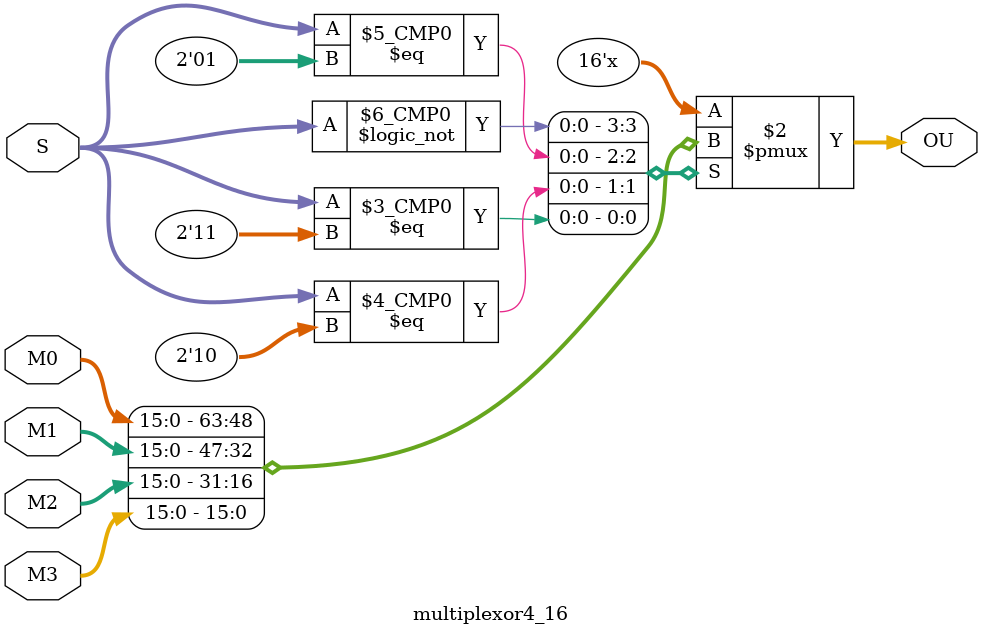
<source format=v>
module multiplexor4_16(input [1:0] S,input [15:0] M0,input [15:0] M1,input [15:0] M2,input [15:0] M3,output reg [15:0] OU);

always@(S or M0 or M1 or M2 or M3) begin

case(S)
0:OU=M0;
1:OU=M1;
2:OU=M2;
3:OU=M3;
endcase

end

endmodule
</source>
